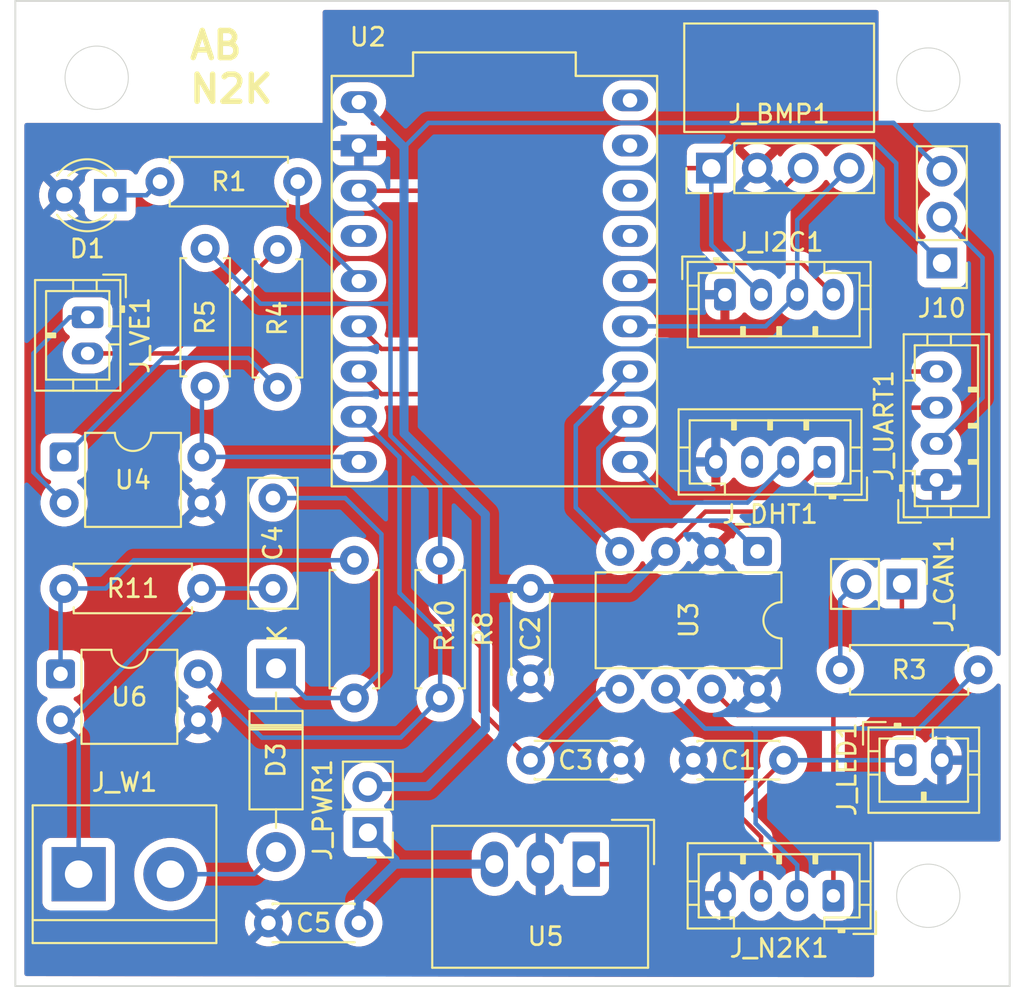
<source format=kicad_pcb>
(kicad_pcb (version 20241229) (generator "pcbnew") (generator_version "9.0")
  (layers (0 "F.Cu" signal) (2 "B.Cu" signal) (13 "F.Paste" user) (5 "F.SilkS" user "F.Silkscreen") (1 "F.Mask" user) (3 "B.Mask" user) (25 "Edge.Cuts" user))
  (net 0 "")
  (net 1 "+5V")
  (net 2 "Net-(D1-K)")
  (net 3 "GND")
  (net 4 "+12V")
  (net 5 "Net-(J_W1-Pin_1)")
  (net 6 "Net-(J_BMP1-Pin_4)")
  (net 7 "Net-(J_BMP1-Pin_3)")
  (net 8 "Net-(J_CAN1-Pin_2)")
  (net 9 "+3.3V")
  (net 10 "Net-(J_DHT1-Pin_2)")
  (net 11 "Net-(J_PWR1-Pin_1)")
  (net 13 "Net-(J_UART1-Pin_3)")
  (net 14 "Net-(R4-Pad1)")
  (net 15 "Net-(J_VE1-Pin_2)")
  (net 16 "Net-(J10-Pin_2)")
  (net 17 "Net-(U2-GPIO2)")
  (net 18 "Net-(J_VE1-Pin_1)")
  (net 19 "Net-(U2-GPIO6)")
  (net 20 "Net-(U2-GPIO5)")
  (net 22 "Net-(D3-K)")
  (net 24 "Net-(D3-A)")
  (net 25 "Net-(R10-Pad1)")
  (net 26 "Net-(U2-GPIO9)")
  (net 27 "Net-(U2-GPIO8)")
  (net 28 "Net-(J_CAN1-Pin_1)")
  (net 29 "Net-(J_N2K1-Pin_2)")
  (net 31 "Net-(J_UART1-Pin_4)")
  (footprint "Capacitor_THT:C_Disc_D4.3mm_W1.9mm_P5.00mm" (layer "F.Cu") (at 61.55 82.75 180)
    (property "Reference" "C1" (at 2.5 0 0) (layer "F.SilkS"))
    (property "Value" "10uF")
    (pad "1" thru_hole circle (at 0 0 180) (size 1.6 1.6) (drill 0.8) (layers "*.Cu" "*.Mask") (net 4 "+12V"))
    (pad "2" thru_hole circle (at 5 0 180) (size 1.6 1.6) (drill 0.8) (layers "*.Cu" "*.Mask") (net 3 "GND"))
  )
  (footprint "Resistor_THT:R_Axial_DIN0207_L6.3mm_D2.5mm_P7.62mm_Horizontal" (layer "F.Cu") (at 42.55 71.69 -90)
    (property "Reference" "R8" (at 3.81 -2.37 90) (layer "F.SilkS"))
    (property "Value" "2K2")
    (pad "1" thru_hole circle (at 0 0 270) (size 1.6 1.6) (drill 0.8) (layers "*.Cu" "*.Mask") (net 9 "+3.3V"))
    (pad "2" thru_hole oval (at 7.62 0 270) (size 1.6 1.6) (drill 0.8) (layers "*.Cu" "*.Mask") (net 20 "Net-(U2-GPIO5)"))
  )
  (footprint "Resistor_THT:R_Axial_DIN0207_L6.3mm_D2.5mm_P7.62mm_Horizontal" (layer "F.Cu") (at 37.8 71.69 -90)
    (property "Reference" "R10" (at 3.62 -5 90) (layer "F.SilkS"))
    (property "Value" "10K")
    (pad "1" thru_hole circle (at 0 0 270) (size 1.6 1.6) (drill 0.8) (layers "*.Cu" "*.Mask") (net 25 "Net-(R10-Pad1)"))
    (pad "2" thru_hole oval (at 7.62 0 270) (size 1.6 1.6) (drill 0.8) (layers "*.Cu" "*.Mask") (net 22 "Net-(D3-K)"))
  )
  (footprint "Capacitor_THT:C_Disc_D7.0mm_W2.5mm_P5.00mm" (layer "F.Cu") (at 33.3 73.25 90)
    (property "Reference" "C4" (at 2.5 0 90) (layer "F.SilkS"))
    (property "Value" "10nanoF")
    (pad "1" thru_hole circle (at 0 0 90) (size 1.6 1.6) (drill 0.8) (layers "*.Cu" "*.Mask") (net 5 "Net-(J_W1-Pin_1)"))
    (pad "2" thru_hole circle (at 5 0 90) (size 1.6 1.6) (drill 0.8) (layers "*.Cu" "*.Mask") (net 22 "Net-(D3-K)"))
  )
  (footprint "Capacitor_THT:C_Disc_D4.3mm_W1.9mm_P5.00mm" (layer "F.Cu") (at 47.55 82.75)
    (property "Reference" "C3" (at 2.5 0 0) (layer "F.SilkS"))
    (property "Value" "100nF")
    (pad "1" thru_hole circle (at 0 0) (size 1.6 1.6) (drill 0.8) (layers "*.Cu" "*.Mask") (net 9 "+3.3V"))
    (pad "2" thru_hole circle (at 5 0) (size 1.6 1.6) (drill 0.8) (layers "*.Cu" "*.Mask") (net 3 "GND"))
  )
  (footprint "Converter_DCDC:Converter_DCDC_TRACO_TSR-1_THT" (layer "F.Cu") (at 50.63 88.5 180)
    (property "Reference" "U5" (at 2.25 -4 0) (layer "F.SilkS"))
    (property "Value" "TSR_1-2450")
    (pad "1" thru_hole rect (at 0 0 180) (size 1.5 2.5) (drill 1) (layers "*.Cu" "*.Mask") (net 4 "+12V"))
    (pad "2" thru_hole oval (at 2.54 0 180) (size 1.5 2.5) (drill 1) (layers "*.Cu" "*.Mask") (net 3 "GND"))
    (pad "3" thru_hole oval (at 5.08 0 180) (size 1.5 2.5) (drill 1) (layers "*.Cu" "*.Mask") (net 11 "Net-(J_PWR1-Pin_1)"))
  )
  (footprint "Resistor_THT:R_Axial_DIN0207_L6.3mm_D2.5mm_P7.62mm_Horizontal" (layer "F.Cu") (at 21.74 73.25)
    (property "Reference" "R11" (at 3.81 0 0) (layer "F.SilkS"))
    (property "Value" "4K7")
    (pad "1" thru_hole circle (at 0 0) (size 1.6 1.6) (drill 0.8) (layers "*.Cu" "*.Mask") (net 25 "Net-(R10-Pad1)"))
    (pad "2" thru_hole oval (at 7.62 0) (size 1.6 1.6) (drill 0.8) (layers "*.Cu" "*.Mask") (net 5 "Net-(J_W1-Pin_1)"))
  )
  (footprint "Connector_JST:JST_PH_B2B-PH-K_1x02_P2.00mm_Vertical" (layer "F.Cu") (at 23.05 58.25 -90)
    (property "Reference" "J_VE1" (at 1 -2.9 90) (layer "F.SilkS"))
    (property "Value" "VE.Direct")
    (pad "1" thru_hole roundrect (at 0 0 270) (size 1.2 1.75) (drill 0.75) (layers "*.Cu" "*.Mask") (roundrect_rratio 0.208333) (net 18 "Net-(J_VE1-Pin_1)"))
    (pad "2" thru_hole oval (at 2 0 270) (size 1.2 1.75) (drill 0.75) (layers "*.Cu" "*.Mask") (net 15 "Net-(J_VE1-Pin_2)"))
  )
  (footprint "Connector_PinHeader_2.54mm:PinHeader_1x02_P2.54mm_Vertical" (layer "F.Cu") (at 38.55 86.75 180)
    (property "Reference" "J_PWR1" (at 2.5 1.25 90) (layer "F.SilkS"))
    (property "Value" "5V switch")
    (pad "1" thru_hole rect (at 0 0 180) (size 1.7 1.7) (drill 1) (layers "*.Cu" "*.Mask") (net 11 "Net-(J_PWR1-Pin_1)"))
    (pad "2" thru_hole circle (at 0 2.54 180) (size 1.7 1.7) (drill 1) (layers "*.Cu" "*.Mask") (net 1 "+5V"))
  )
  (footprint "Resistor_THT:R_Axial_DIN0207_L6.3mm_D2.5mm_P7.62mm_Horizontal" (layer "F.Cu") (at 29.55 54.44 -90)
    (property "Reference" "R5" (at 3.81 0 90) (layer "F.SilkS"))
    (property "Value" "2K2")
    (pad "1" thru_hole circle (at 0 0 270) (size 1.6 1.6) (drill 0.8) (layers "*.Cu" "*.Mask") (net 9 "+3.3V"))
    (pad "2" thru_hole oval (at 7.62 0 270) (size 1.6 1.6) (drill 0.8) (layers "*.Cu" "*.Mask") (net 19 "Net-(U2-GPIO6)"))
  )
  (footprint "Connector_PinHeader_2.54mm:PinHeader_1x03_P2.54mm_Vertical" (layer "F.Cu") (at 70.3 55.25 180)
    (property "Reference" "J10" (at 0 -2.5 0) (layer "F.SilkS"))
    (property "Value" "3.3-5V")
    (pad "1" thru_hole rect (at 0 0 180) (size 1.7 1.7) (drill 1) (layers "*.Cu" "*.Mask") (net 9 "+3.3V"))
    (pad "2" thru_hole circle (at 0 2.54 180) (size 1.7 1.7) (drill 1) (layers "*.Cu" "*.Mask") (net 16 "Net-(J10-Pin_2)"))
    (pad "3" thru_hole circle (at 0 5.08 180) (size 1.7 1.7) (drill 1) (layers "*.Cu" "*.Mask") (net 1 "+5V"))
  )
  (footprint "Package_DIP:DIP-4_W7.62mm" (layer "F.Cu") (at 21.75 65.975)
    (property "Reference" "U4" (at 3.8 1.275 0) (layer "F.SilkS"))
    (property "Value" "PC817")
    (pad "1" thru_hole roundrect (at 0 0) (size 1.6 1.6) (drill 0.8) (layers "*.Cu" "*.Mask") (roundrect_rratio 0.15625) (net 14 "Net-(R4-Pad1)"))
    (pad "2" thru_hole circle (at 0 2.54) (size 1.6 1.6) (drill 0.8) (layers "*.Cu" "*.Mask") (net 18 "Net-(J_VE1-Pin_1)"))
    (pad "3" thru_hole circle (at 7.62 2.54) (size 1.6 1.6) (drill 0.8) (layers "*.Cu" "*.Mask") (net 3 "GND"))
    (pad "4" thru_hole circle (at 7.62 0) (size 1.6 1.6) (drill 0.8) (layers "*.Cu" "*.Mask") (net 19 "Net-(U2-GPIO6)"))
  )
  (footprint "Package_DIP:DIP-4_W7.62mm" (layer "F.Cu") (at 21.55 77.975)
    (property "Reference" "U6" (at 3.8 1.275 0) (layer "F.SilkS"))
    (property "Value" "PC817")
    (pad "1" thru_hole roundrect (at 0 0) (size 1.6 1.6) (drill 0.8) (layers "*.Cu" "*.Mask") (roundrect_rratio 0.15625) (net 25 "Net-(R10-Pad1)"))
    (pad "2" thru_hole circle (at 0 2.54) (size 1.6 1.6) (drill 0.8) (layers "*.Cu" "*.Mask") (net 5 "Net-(J_W1-Pin_1)"))
    (pad "3" thru_hole circle (at 7.62 2.54) (size 1.6 1.6) (drill 0.8) (layers "*.Cu" "*.Mask") (net 3 "GND"))
    (pad "4" thru_hole circle (at 7.62 0) (size 1.6 1.6) (drill 0.8) (layers "*.Cu" "*.Mask") (net 20 "Net-(U2-GPIO5)"))
  )
  (footprint "Resistor_THT:R_Axial_DIN0207_L6.3mm_D2.5mm_P7.62mm_Horizontal" (layer "F.Cu") (at 27.05 50.75)
    (property "Reference" "R1" (at 3.81 0 0) (layer "F.SilkS"))
    (property "Value" "100Ω")
    (pad "1" thru_hole circle (at 0 0) (size 1.6 1.6) (drill 0.8) (layers "*.Cu" "*.Mask") (net 2 "Net-(D1-K)"))
    (pad "2" thru_hole oval (at 7.62 0) (size 1.6 1.6) (drill 0.8) (layers "*.Cu" "*.Mask") (net 17 "Net-(U2-GPIO2)"))
  )
  (footprint "Connector_JST:JST_PH_B4B-PH-K_1x04_P2.00mm_Vertical" (layer "F.Cu") (at 64.3 90.25 180)
    (property "Reference" "J_N2K1" (at 3 -2.9 0) (layer "F.SilkS"))
    (property "Value" "NMEA2000")
    (pad "1" thru_hole roundrect (at 0 0 180) (size 1.2 1.75) (drill 0.75) (layers "*.Cu" "*.Mask") (roundrect_rratio 0.208333) (net 28 "Net-(J_CAN1-Pin_1)"))
    (pad "2" thru_hole oval (at 2 0 180) (size 1.2 1.75) (drill 0.75) (layers "*.Cu" "*.Mask") (net 29 "Net-(J_N2K1-Pin_2)"))
    (pad "3" thru_hole oval (at 4 0 180) (size 1.2 1.75) (drill 0.75) (layers "*.Cu" "*.Mask") (net 4 "+12V"))
    (pad "4" thru_hole oval (at 6 0 180) (size 1.2 1.75) (drill 0.75) (layers "*.Cu" "*.Mask") (net 3 "GND"))
  )
  (footprint "LED_THT:LED_D3.0mm" (layer "F.Cu") (at 24.3 51.5 180)
    (property "Reference" "D1" (at 1.27 -2.96 0) (layer "F.SilkS"))
    (property "Value" "LED")
    (pad "1" thru_hole rect (at 0 0 180) (size 1.8 1.8) (drill 0.9) (layers "*.Cu" "*.Mask") (net 2 "Net-(D1-K)"))
    (pad "2" thru_hole circle (at 2.54 0 180) (size 1.8 1.8) (drill 0.9) (layers "*.Cu" "*.Mask") (net 3 "GND"))
  )
  (footprint "Capacitor_THT:C_Disc_D4.3mm_W1.9mm_P5.00mm" (layer "F.Cu") (at 38.05 91.75 180)
    (property "Reference" "C5" (at 2.5 0 180) (layer "F.SilkS"))
    (property "Value" "10uF")
    (pad "1" thru_hole circle (at 0 0 180) (size 1.6 1.6) (drill 0.8) (layers "*.Cu" "*.Mask") (net 11 "Net-(J_PWR1-Pin_1)"))
    (pad "2" thru_hole circle (at 5 0 180) (size 1.6 1.6) (drill 0.8) (layers "*.Cu" "*.Mask") (net 3 "GND"))
  )
  (footprint "Connector_JST:JST_PH_B2B-PH-K_1x02_P2.00mm_Vertical" (layer "F.Cu") (at 68.3 82.75)
    (property "Reference" "J_LED1" (at -3.25 0.5 90) (layer "F.SilkS"))
    (property "Value" "PWR_LED")
    (pad "1" thru_hole roundrect (at 0 0) (size 1.2 1.75) (drill 0.75) (layers "*.Cu" "*.Mask") (roundrect_rratio 0.208333) (net 4 "+12V"))
    (pad "2" thru_hole oval (at 2 0) (size 1.2 1.75) (drill 0.75) (layers "*.Cu" "*.Mask") (net 3 "GND"))
  )
  (footprint "Capacitor_THT:C_Disc_D4.3mm_W1.9mm_P5.00mm" (layer "F.Cu") (at 47.55 73.25 -90)
    (property "Reference" "C2" (at 2.5 0 90) (layer "F.SilkS"))
    (property "Value" "100nF")
    (pad "1" thru_hole circle (at 0 0 270) (size 1.6 1.6) (drill 0.8) (layers "*.Cu" "*.Mask") (net 1 "+5V"))
    (pad "2" thru_hole circle (at 5 0 270) (size 1.6 1.6) (drill 0.8) (layers "*.Cu" "*.Mask") (net 3 "GND"))
  )
  (footprint "Connector_JST:JST_PH_B4B-PH-K_1x04_P2.00mm_Vertical" (layer "F.Cu") (at 70 67.25 90)
    (property "Reference" "J_UART1" (at 3 -2.9 90) (layer "F.SilkS"))
    (property "Value" "GPS")
    (pad "1" thru_hole roundrect (at 0 0 90) (size 1.2 1.75) (drill 0.75) (layers "*.Cu" "*.Mask") (roundrect_rratio 0.208333) (net 3 "GND"))
    (pad "2" thru_hole oval (at 2 0 90) (size 1.2 1.75) (drill 0.75) (layers "*.Cu" "*.Mask") (net 16 "Net-(J10-Pin_2)"))
    (pad "3" thru_hole oval (at 4 0 90) (size 1.2 1.75) (drill 0.75) (layers "*.Cu" "*.Mask") (net 13 "Net-(J_UART1-Pin_3)"))
    (pad "4" thru_hole oval (at 6 0 90) (size 1.2 1.75) (drill 0.75) (layers "*.Cu" "*.Mask") (net 31 "Net-(J_UART1-Pin_4)"))
  )
  (footprint "Diode_THT:D_DO-41_SOD81_P10.16mm_Horizontal" (layer "F.Cu") (at 33.47 77.67 -90)
    (property "Reference" "D3" (at 5.08 0 90) (layer "F.SilkS"))
    (property "Value" "1N4001")
    (fp_text user "K" (at -1.92 -0.08 90) (layer "F.SilkS"))
    (pad "1" thru_hole rect (at 0 0 270) (size 2.2 2.2) (drill 1.1) (layers "*.Cu" "*.Mask") (net 22 "Net-(D3-K)"))
    (pad "2" thru_hole oval (at 10.16 0 270) (size 2.2 2.2) (drill 1.1) (layers "*.Cu" "*.Mask") (net 24 "Net-(D3-A)"))
  )
  (footprint "Connector_PinHeader_2.54mm:PinHeader_1x02_P2.54mm_Vertical" (layer "F.Cu") (at 68.09 73 -90)
    (property "Reference" "J_CAN1" (at 0 -2.33 90) (layer "F.SilkS"))
    (property "Value" "CAN Term")
    (pad "1" thru_hole rect (at 0 0 270) (size 1.7 1.7) (drill 1) (layers "*.Cu" "*.Mask") (net 28 "Net-(J_CAN1-Pin_1)"))
    (pad "2" thru_hole circle (at 0 2.54 270) (size 1.7 1.7) (drill 1) (layers "*.Cu" "*.Mask") (net 8 "Net-(J_CAN1-Pin_2)"))
  )
  (footprint "Package_DIP:DIP-8_W7.62mm" (layer "F.Cu") (at 60.1 71.2 -90)
    (property "Reference" "U3" (at 3.8 3.8 90) (layer "F.SilkS"))
    (property "Value" "MCP2562-E-P")
    (pad "1" thru_hole roundrect (at 0 0 270) (size 1.6 1.6) (drill 0.8) (layers "*.Cu" "*.Mask") (roundrect_rratio 0.15625) (net 27 "Net-(U2-GPIO8)"))
    (pad "2" thru_hole circle (at 0 2.54 270) (size 1.6 1.6) (drill 0.8) (layers "*.Cu" "*.Mask") (net 3 "GND"))
    (pad "3" thru_hole circle (at 0 5.08 270) (size 1.6 1.6) (drill 0.8) (layers "*.Cu" "*.Mask") (net 1 "+5V"))
    (pad "4" thru_hole circle (at 0 7.62 270) (size 1.6 1.6) (drill 0.8) (layers "*.Cu" "*.Mask") (net 26 "Net-(U2-GPIO9)"))
    (pad "5" thru_hole circle (at 7.62 7.62 270) (size 1.6 1.6) (drill 0.8) (layers "*.Cu" "*.Mask") (net 9 "+3.3V"))
    (pad "6" thru_hole circle (at 7.62 5.08 270) (size 1.6 1.6) (drill 0.8) (layers "*.Cu" "*.Mask") (net 29 "Net-(J_N2K1-Pin_2)"))
    (pad "7" thru_hole circle (at 7.62 2.54 270) (size 1.6 1.6) (drill 0.8) (layers "*.Cu" "*.Mask") (net 28 "Net-(J_CAN1-Pin_1)"))
    (pad "8" thru_hole circle (at 7.62 0 270) (size 1.6 1.6) (drill 0.8) (layers "*.Cu" "*.Mask") (net 3 "GND"))
  )
  (footprint "MyLib:WAVESHARE_DEVKIT_ESP32-S3-ZERO" (layer "F.Cu") (at 45.55 56.25)
    (property "Reference" "U2" (at -7 -13.5 0) (layer "F.SilkS"))
    (property "Value" "ESP32-S3_SUPERMINI" (hide yes))
    (pad "1" thru_hole oval (at -7.5 -2.5) (size 2 1.2) (drill 0.8) (layers "*.Cu" "*.Mask"))
    (pad "2" thru_hole oval (at -7.5 0) (size 2 1.2) (drill 0.8) (layers "*.Cu" "*.Mask") (net 17 "Net-(U2-GPIO2)"))
    (pad "3" thru_hole oval (at -7.5 2.5) (size 2 1.2) (drill 0.8) (layers "*.Cu" "*.Mask") (net 31 "Net-(J_UART1-Pin_4)"))
    (pad "3.3" thru_hole oval (at -7.5 -5) (size 2 1.2) (drill 0.8) (layers "*.Cu" "*.Mask") (net 9 "+3.3V"))
    (pad "4" thru_hole oval (at -7.5 5) (size 2 1.2) (drill 0.8) (layers "*.Cu" "*.Mask") (net 13 "Net-(J_UART1-Pin_3)"))
    (pad "5" thru_hole oval (at -7.5 7.5) (size 2 1.2) (drill 0.8) (layers "*.Cu" "*.Mask") (net 20 "Net-(U2-GPIO5)"))
    (pad "5V" thru_hole oval (at -7.5 -9.9) (size 2 1.2) (drill 0.8) (layers "*.Cu" "*.Mask") (net 1 "+5V"))
    (pad "6" thru_hole oval (at -7.5 10) (size 2 1.2) (drill 0.8) (layers "*.Cu" "*.Mask") (net 19 "Net-(U2-GPIO6)"))
    (pad "7" thru_hole oval (at 7.5 10) (size 2 1.2) (drill 0.8) (layers "*.Cu" "*.Mask") (net 10 "Net-(J_DHT1-Pin_2)"))
    (pad "8" thru_hole oval (at 7.5 7.5) (size 2 1.2) (drill 0.8) (layers "*.Cu" "*.Mask") (net 27 "Net-(U2-GPIO8)"))
    (pad "9" thru_hole oval (at 7.5 5) (size 2 1.2) (drill 0.8) (layers "*.Cu" "*.Mask") (net 26 "Net-(U2-GPIO9)"))
    (pad "10" thru_hole oval (at 7.5 2.5) (size 2 1.2) (drill 0.8) (layers "*.Cu" "*.Mask") (net 6 "Net-(J_BMP1-Pin_4)"))
    (pad "11" thru_hole oval (at 7.5 0) (size 2 1.2) (drill 0.8) (layers "*.Cu" "*.Mask") (net 7 "Net-(J_BMP1-Pin_3)"))
    (pad "12" thru_hole oval (at 7.5 -2.5) (size 2 1.2) (drill 0.8) (layers "*.Cu" "*.Mask"))
    (pad "13" thru_hole oval (at 7.5 -5) (size 2 1.2) (drill 0.8) (layers "*.Cu" "*.Mask"))
    (pad "G" thru_hole rect (at -7.5 -7.5) (size 2 1.2) (drill 0.8) (layers "*.Cu" "*.Mask") (net 3 "GND"))
    (pad "RX" thru_hole oval (at 7.5 -7.5) (size 2 1.2) (drill 0.8) (layers "*.Cu" "*.Mask"))
    (pad "TX" thru_hole oval (at 7.5 -10) (size 2 1.2) (drill 0.8) (layers "*.Cu" "*.Mask"))
  )
  (footprint "Connector_JST:JST_PH_B4B-PH-K_1x04_P2.00mm_Vertical" (layer "F.Cu") (at 63.8 66.25 180)
    (property "Reference" "J_DHT1" (at 3 -2.9 0) (layer "F.SilkS"))
    (property "Value" "1W_DHT22")
    (pad "1" thru_hole roundrect (at 0 0 180) (size 1.2 1.75) (drill 0.75) (layers "*.Cu" "*.Mask") (roundrect_rratio 0.208333) (net 1 "+5V"))
    (pad "2" thru_hole oval (at 2 0 180) (size 1.2 1.75) (drill 0.75) (layers "*.Cu" "*.Mask") (net 10 "Net-(J_DHT1-Pin_2)"))
    (pad "3" thru_hole oval (at 4 0 180) (size 1.2 1.75) (drill 0.75) (layers "*.Cu" "*.Mask"))
    (pad "4" thru_hole oval (at 6 0 180) (size 1.2 1.75) (drill 0.75) (layers "*.Cu" "*.Mask") (net 3 "GND"))
  )
  (footprint "TerminalBlock:TerminalBlock_bornier-2_P5.08mm" (layer "F.Cu") (at 22.55 89.055)
    (property "Reference" "J_W1" (at 2.54 -5.08 0) (layer "F.SilkS"))
    (property "Value" "Engine RPM Input")
    (pad "1" thru_hole rect (at 0 0) (size 3 3) (drill 1.52) (layers "*.Cu" "*.Mask") (net 5 "Net-(J_W1-Pin_1)"))
    (pad "2" thru_hole circle (at 5.08 0) (size 3 3) (drill 1.52) (layers "*.Cu" "*.Mask") (net 24 "Net-(D3-A)"))
  )
  (footprint "Connector_JST:JST_PH_B4B-PH-K_1x04_P2.00mm_Vertical" (layer "F.Cu") (at 58.3 57)
    (property "Reference" "J_I2C1" (at 3 -2.9 0) (layer "F.SilkS"))
    (property "Value" "I2C")
    (pad "1" thru_hole roundrect (at 0 0) (size 1.2 1.75) (drill 0.75) (layers "*.Cu" "*.Mask") (roundrect_rratio 0.208333) (net 3 "GND"))
    (pad "2" thru_hole oval (at 2 0) (size 1.2 1.75) (drill 0.75) (layers "*.Cu" "*.Mask") (net 9 "+3.3V"))
    (pad "3" thru_hole oval (at 4 0) (size 1.2 1.75) (drill 0.75) (layers "*.Cu" "*.Mask") (net 6 "Net-(J_BMP1-Pin_4)"))
    (pad "4" thru_hole oval (at 6 0) (size 1.2 1.75) (drill 0.75) (layers "*.Cu" "*.Mask") (net 7 "Net-(J_BMP1-Pin_3)"))
  )
  (footprint "Connector_PinHeader_2.54mm:PinHeader_1x04_P2.54mm_Vertical" (layer "F.Cu") (at 57.55 50 90)
    (property "Reference" "J_BMP1" (at 3 3.75 180) (layer "F.SilkS"))
    (property "Value" "I2C_BME280")
    (pad "1" thru_hole rect (at 0 0 90) (size 1.7 1.7) (drill 1) (layers "*.Cu" "*.Mask") (net 9 "+3.3V"))
    (pad "2" thru_hole circle (at 0 2.54 90) (size 1.7 1.7) (drill 1) (layers "*.Cu" "*.Mask") (net 3 "GND"))
    (pad "3" thru_hole circle (at 0 5.08 90) (size 1.7 1.7) (drill 1) (layers "*.Cu" "*.Mask") (net 7 "Net-(J_BMP1-Pin_3)"))
    (pad "4" thru_hole circle (at 0 7.62 90) (size 1.7 1.7) (drill 1) (layers "*.Cu" "*.Mask") (net 6 "Net-(J_BMP1-Pin_4)"))
  )
  (footprint "Resistor_THT:R_Axial_DIN0207_L6.3mm_D2.5mm_P7.62mm_Horizontal" (layer "F.Cu") (at 33.55 62.12 90)
    (property "Reference" "R4" (at 3.81 0 90) (layer "F.SilkS"))
    (property "Value" "180Ω")
    (pad "1" thru_hole circle (at 0 0 90) (size 1.6 1.6) (drill 0.8) (layers "*.Cu" "*.Mask") (net 14 "Net-(R4-Pad1)"))
    (pad "2" thru_hole oval (at 7.62 0 90) (size 1.6 1.6) (drill 0.8) (layers "*.Cu" "*.Mask") (net 15 "Net-(J_VE1-Pin_2)"))
  )
  (footprint "Resistor_THT:R_Axial_DIN0207_L6.3mm_D2.5mm_P7.62mm_Horizontal" (layer "F.Cu") (at 72.3 77.75 180)
    (property "Reference" "R3" (at 3.81 0 0) (layer "F.SilkS"))
    (property "Value" "120Ω")
    (pad "1" thru_hole circle (at 0 0 180) (size 1.6 1.6) (drill 0.8) (layers "*.Cu" "*.Mask") (net 29 "Net-(J_N2K1-Pin_2)"))
    (pad "2" thru_hole oval (at 7.62 0 180) (size 1.6 1.6) (drill 0.8) (layers "*.Cu" "*.Mask") (net 8 "Net-(J_CAN1-Pin_2)"))
  )
  (gr_rect (start 56.05 42) (end 66.55 48) (stroke (width 0.12)) (fill no) (layer "F.SilkS"))
  (gr_circle (center 69.55 90.25) (end 71.3 90.25) (stroke (width 0.05)) (fill no) (layer "Edge.Cuts"))
  (gr_circle (center 69.55 45.1) (end 71.3 45.1) (stroke (width 0.05)) (fill no) (layer "Edge.Cuts"))
  (gr_line (start 19.05 95.25) (end 19.05 40.75) (stroke (width 0.1)) (layer "Edge.Cuts"))
  (gr_line (start 74.05 95.25) (end 19.05 95.25) (stroke (width 0.1)) (layer "Edge.Cuts"))
  (gr_line (start 74.05 40.75) (end 74.05 95.25) (stroke (width 0.1)) (layer "Edge.Cuts"))
  (gr_circle (center 23.55 45) (end 25.3 45) (stroke (width 0.05)) (fill no) (layer "Edge.Cuts"))
  (gr_line (start 19.05 40.75) (end 74.05 40.75) (stroke (width 0.1)) (layer "Edge.Cuts"))
  (gr_text "AB\nN2K" (at 28.55 46.5 0) (layer "F.SilkS") (effects (font (size 1.5 1.5) (thickness 0.3) (bold yes)) (justify left bottom)))
  (segment (start 61.05 69) (end 63.8 66.25) (width 0.25) (layer "F.Cu") (net 1))
  (segment (start 55.02 71.2) (end 57.22 69) (width 0.25) (layer "F.Cu") (net 1))
  (segment (start 57.22 69) (end 61.05 69) (width 0.25) (layer "F.Cu") (net 1))
  (segment (start 45.05 69.159009) (end 45.05 81.015) (width 0.5) (layer "B.Cu") (net 1))
  (segment (start 67.63 47.5) (end 70.3 50.17) (width 0.25) (layer "B.Cu") (net 1))
  (segment (start 41.9 47.5) (end 40.55 48.85) (width 0.25) (layer "B.Cu") (net 1))
  (segment (start 67.55 47.5) (end 41.9 47.5) (width 0.25) (layer "B.Cu") (net 1))
  (segment (start 40.55 64.659009) (end 45.05 69.159009) (width 0.5) (layer "B.Cu") (net 1))
  (segment (start 47.55 73.25) (end 45.05 73.25) (width 0.5) (layer "B.Cu") (net 1))
  (segment (start 38.572074 84.21) (end 38.561037 84.198963) (width 0.5) (layer "B.Cu") (net 1))
  (segment (start 45.05 81.015) (end 41.855 84.21) (width 0.5) (layer "B.Cu") (net 1))
  (segment (start 52.97 73.25) (end 47.55 73.25) (width 0.5) (layer "B.Cu") (net 1))
  (segment (start 40.55 48.85) (end 38.05 46.35) (width 0.5) (layer "B.Cu") (net 1))
  (segment (start 41.855 84.21) (end 38.572074 84.21) (width 0.5) (layer "B.Cu") (net 1))
  (segment (start 40.55 48.85) (end 40.55 64.659009) (width 0.5) (layer "B.Cu") (net 1))
  (segment (start 55.02 71.2) (end 52.97 73.25) (width 0.5) (layer "B.Cu") (net 1))
  (segment (start 67.55 47.5) (end 67.63 47.5) (width 0.25) (layer "B.Cu") (net 1))
  (segment (start 26.3 51.5) (end 27.05 50.75) (width 0.25) (layer "B.Cu") (net 2))
  (segment (start 24.3 51.5) (end 26.3 51.5) (width 0.25) (layer "B.Cu") (net 2))
  (segment (start 60.3 87) (end 58.8 85.5) (width 0.25) (layer "F.Cu") (net 4))
  (segment (start 58.8 85.5) (end 61.55 82.75) (width 0.25) (layer "F.Cu") (net 4))
  (segment (start 60.3 90.25) (end 60.3 87) (width 0.25) (layer "F.Cu") (net 4))
  (segment (start 50.63 88.5) (end 55.8 88.5) (width 0.25) (layer "F.Cu") (net 4))
  (segment (start 55.8 88.5) (end 58.8 85.5) (width 0.25) (layer "F.Cu") (net 4))
  (segment (start 61.55 82.75) (end 68.3 82.75) (width 0.25) (layer "B.Cu") (net 4))
  (segment (start 22.095 80.515) (end 29.36 73.25) (width 0.25) (layer "B.Cu") (net 5))
  (segment (start 21.55 80.515) (end 22.095 80.515) (width 0.25) (layer "B.Cu") (net 5))
  (segment (start 29.36 73.25) (end 33.3 73.25) (width 0.25) (layer "B.Cu") (net 5))
  (segment (start 22.55 81.515) (end 21.55 80.515) (width 0.25) (layer "B.Cu") (net 5))
  (segment (start 22.55 89.055) (end 22.55 81.515) (width 0.25) (layer "B.Cu") (net 5))
  (segment (start 53.05 58.75) (end 60.55 58.75) (width 0.25) (layer "B.Cu") (net 6))
  (segment (start 62.3 57) (end 62.3 52.87) (width 0.25) (layer "B.Cu") (net 6))
  (segment (start 62.3 52.87) (end 65.17 50) (width 0.25) (layer "B.Cu") (net 6))
  (segment (start 60.55 58.75) (end 62.3 57) (width 0.25) (layer "B.Cu") (net 6))
  (segment (start 61.3 55.25) (end 62.55 55.25) (width 0.25) (layer "F.Cu") (net 7))
  (segment (start 55.3 56.25) (end 56.3 55.25) (width 0.25) (layer "F.Cu") (net 7))
  (segment (start 53.05 56.25) (end 55.3 56.25) (width 0.25) (layer "F.Cu") (net 7))
  (segment (start 56.3 55.25) (end 61.3 55.25) (width 0.25) (layer "F.Cu") (net 7))
  (segment (start 62.55 55.25) (end 64.3 57) (width 0.25) (layer "F.Cu") (net 7))
  (segment (start 61.3 55.25) (end 61.3 51.33) (width 0.25) (layer "F.Cu") (net 7))
  (segment (start 61.3 51.33) (end 62.63 50) (width 0.25) (layer "F.Cu") (net 7))
  (segment (start 64.68 73.87) (end 65.55 73) (width 0.25) (layer "B.Cu") (net 8))
  (segment (start 64.68 77.75) (end 64.68 73.87) (width 0.25) (layer "B.Cu") (net 8))
  (segment (start 42.55 74.25) (end 42.55 71.69) (width 0.25) (layer "F.Cu") (net 9))
  (segment (start 44.8 76.5) (end 42.55 74.25) (width 0.25) (layer "F.Cu") (net 9))
  (segment (start 44.8 80) (end 44.8 76.5) (width 0.25) (layer "F.Cu") (net 9))
  (segment (start 38.05 51.25) (end 50.55 51.25) (width 0.25) (layer "F.Cu") (net 9))
  (segment (start 51.8 50) (end 57.55 50) (width 0.25) (layer "F.Cu") (net 9))
  (segment (start 47.55 82.75) (end 44.8 80) (width 0.25) (layer "F.Cu") (net 9))
  (segment (start 50.55 51.25) (end 51.8 50) (width 0.25) (layer "F.Cu") (net 9))
  (segment (start 57.55 50) (end 57.55 50.25) (width 0.25) (layer "F.Cu") (net 9))
  (segment (start 67.775 52.725) (end 70.3 55.25) (width 0.25) (layer "B.Cu") (net 9))
  (segment (start 38.05 51.25) (end 39.8 53) (width 0.25) (layer "B.Cu") (net 9))
  (segment (start 32.61 57.5) (end 29.55 54.44) (width 0.25) (layer "B.Cu") (net 9))
  (segment (start 39.8 57.5) (end 39.8 64.792893) (width 0.25) (layer "B.Cu") (net 9))
  (segment (start 39.8 53) (end 39.8 57.5) (width 0.25) (layer "B.Cu") (net 9))
  (segment (start 60.3 57) (end 57.55 54.25) (width 0.25) (layer "B.Cu") (net 9))
  (segment (start 39.8 57.5) (end 32.61 57.5) (width 0.25) (layer "B.Cu") (net 9))
  (segment (start 57.55 54.25) (end 57.55 50) (width 0.25) (layer "B.Cu") (net 9))
  (segment (start 47.55 82.75) (end 51.48 78.82) (width 0.25) (layer "B.Cu") (net 9))
  (segment (start 57.55 50) (end 59.05 48.5) (width 0.25) (layer "B.Cu") (net 9))
  (segment (start 66.55 48.5) (end 67.775 49.725) (width 0.25) (layer "B.Cu") (net 9))
  (segment (start 51.48 78.82) (end 52.48 78.82) (width 0.25) (layer "B.Cu") (net 9))
  (segment (start 59.05 48.5) (end 66.55 48.5) (width 0.25) (layer "B.Cu") (net 9))
  (segment (start 39.8 64.792893) (end 42.55 67.542893) (width 0.25) (layer "B.Cu") (net 9))
  (segment (start 67.775 49.725) (end 67.775 52.725) (width 0.25) (layer "B.Cu") (net 9))
  (segment (start 42.55 67.542893) (end 42.55 71.69) (width 0.25) (layer "B.Cu") (net 9))
  (segment (start 59.55 68.5) (end 61.8 66.25) (width 0.25) (layer "B.Cu") (net 10))
  (segment (start 55.3 68.5) (end 59.55 68.5) (width 0.25) (layer "B.Cu") (net 10))
  (segment (start 53.05 66.25) (end 55.3 68.5) (width 0.25) (layer "B.Cu") (net 10))
  (segment (start 40.05 88.5) (end 40.05 88.25) (width 0.5) (layer "B.Cu") (net 11))
  (segment (start 38.05 90.5) (end 38.05 91.75) (width 0.5) (layer "B.Cu") (net 11))
  (segment (start 40.05 88.25) (end 38.55 86.75) (width 0.5) (layer "B.Cu") (net 11))
  (segment (start 40.05 88.5) (end 45.55 88.5) (width 0.5) (layer "B.Cu") (net 11))
  (segment (start 40.05 88.5) (end 38.05 90.5) (width 0.5) (layer "B.Cu") (net 11))
  (segment (start 54.8 62.5) (end 55.55 63.25) (width 0.25) (layer "F.Cu") (net 13))
  (segment (start 38.05 61.25) (end 39.3 62.5) (width 0.25) (layer "F.Cu") (net 13))
  (segment (start 39.3 62.5) (end 54.8 62.5) (width 0.25) (layer "F.Cu") (net 13))
  (segment (start 55.55 63.25) (end 70 63.25) (width 0.25) (layer "F.Cu") (net 13))
  (segment (start 27.225 60.5) (end 31.93 60.5) (width 0.25) (layer "B.Cu") (net 14))
  (segment (start 31.93 60.5) (end 33.55 62.12) (width 0.25) (layer "B.Cu") (net 14))
  (segment (start 21.75 65.975) (end 27.225 60.5) (width 0.25) (layer "B.Cu") (net 14))
  (segment (start 23.05 60.25) (end 27.8 60.25) (width 0.25) (layer "F.Cu") (net 15))
  (segment (start 27.8 60.25) (end 33.55 54.5) (width 0.25) (layer "F.Cu") (net 15))
  (segment (start 72.55 54.96) (end 70.3 52.71) (width 0.25) (layer "B.Cu") (net 16))
  (segment (start 70 65.25) (end 72.55 62.7) (width 0.25) (layer "B.Cu") (net 16))
  (segment (start 72.55 62.7) (end 72.55 54.96) (width 0.25) (layer "B.Cu") (net 16))
  (segment (start 38.05 56.12) (end 34.675 52.745) (width 0.25) (layer "B.Cu") (net 17))
  (segment (start 34.675 52.745) (end 34.675 50.755) (width 0.25) (layer "B.Cu") (net 17))
  (segment (start 38.05 56.25) (end 38.05 56.12) (width 0.25) (layer "B.Cu") (net 17))
  (segment (start 34.675 50.755) (end 34.67 50.75) (width 0.25) (layer "B.Cu") (net 17))
  (segment (start 20.05 60.25) (end 22.05 58.25) (width 0.25) (layer "B.Cu") (net 18))
  (segment (start 21.75 68.515) (end 20.05 66.815) (width 0.25) (layer "B.Cu") (net 18))
  (segment (start 20.05 66.815) (end 20.05 60.25) (width 0.25) (layer "B.Cu") (net 18))
  (segment (start 22.05 58.25) (end 23.05 58.25) (width 0.25) (layer "B.Cu") (net 18))
  (segment (start 37.775 65.975) (end 29.37 65.975) (width 0.25) (layer "B.Cu") (net 19))
  (segment (start 38.05 66.25) (end 37.775 65.975) (width 0.25) (layer "B.Cu") (net 19))
  (segment (start 29.37 65.975) (end 29.37 62.24) (width 0.25) (layer "B.Cu") (net 19))
  (segment (start 29.37 62.24) (end 29.55 62.06) (width 0.25) (layer "B.Cu") (net 19))
  (segment (start 40.3 66) (end 40.3 73.5) (width 0.25) (layer "B.Cu") (net 20))
  (segment (start 40.3 73.5) (end 42.55 75.75) (width 0.25) (layer "B.Cu") (net 20))
  (segment (start 42.55 75.75) (end 42.55 79.31) (width 0.25) (layer "B.Cu") (net 20))
  (segment (start 40.36 81.5) (end 42.55 79.31) (width 0.25) (layer "B.Cu") (net 20))
  (segment (start 29.17 77.975) (end 32.695 81.5) (width 0.25) (layer "B.Cu") (net 20))
  (segment (start 32.695 81.5) (end 40.36 81.5) (width 0.25) (layer "B.Cu") (net 20))
  (segment (start 38.05 63.75) (end 40.3 66) (width 0.25) (layer "B.Cu") (net 20))
  (segment (start 33.47 77.67) (end 35.11 79.31) (width 0.25) (layer "B.Cu") (net 22))
  (segment (start 37.3 68.25) (end 39.3 70.25) (width 0.25) (layer "B.Cu") (net 22))
  (segment (start 33.3 68.25) (end 37.3 68.25) (width 0.25) (layer "B.Cu") (net 22))
  (segment (start 39.3 70.25) (end 39.3 77.81) (width 0.25) (layer "B.Cu") (net 22))
  (segment (start 35.11 79.31) (end 37.8 79.31) (width 0.25) (layer "B.Cu") (net 22))
  (segment (start 39.3 77.81) (end 37.8 79.31) (width 0.25) (layer "B.Cu") (net 22))
  (segment (start 27.63 89.055) (end 32.245 89.055) (width 0.25) (layer "B.Cu") (net 24))
  (segment (start 32.245 89.055) (end 33.47 87.83) (width 0.25) (layer "B.Cu") (net 24))
  (segment (start 33.47 87.83) (end 32.3 89) (width 0.25) (layer "B.Cu") (net 24))
  (segment (start 32.3 89) (end 32.245 89.055) (width 0.25) (layer "B.Cu") (net 24))
  (segment (start 25.61 71.69) (end 37.8 71.69) (width 0.25) (layer "B.Cu") (net 25))
  (segment (start 24.05 73.25) (end 25.61 71.69) (width 0.25) (layer "B.Cu") (net 25))
  (segment (start 21.55 73.44) (end 21.74 73.25) (width 0.25) (layer "B.Cu") (net 25))
  (segment (start 21.55 77.975) (end 21.55 73.44) (width 0.25) (layer "B.Cu") (net 25))
  (segment (start 21.74 73.25) (end 24.05 73.25) (width 0.25) (layer "B.Cu") (net 25))
  (segment (start 50.05 68.77) (end 50.05 64.25) (width 0.25) (layer "B.Cu") (net 26))
  (segment (start 52.48 71.2) (end 50.05 68.77) (width 0.25) (layer "B.Cu") (net 26))
  (segment (start 50.05 64.25) (end 53.05 61.25) (width 0.25) (layer "B.Cu") (net 26))
  (segment (start 51.3 67.75) (end 51.3 65.5) (width 0.25) (layer "B.Cu") (net 27))
  (segment (start 58.4 69.5) (end 53.05 69.5) (width 0.25) (layer "B.Cu") (net 27))
  (segment (start 60.1 71.2) (end 58.4 69.5) (width 0.25) (layer "B.Cu") (net 27))
  (segment (start 53.05 69.5) (end 51.3 67.75) (width 0.25) (layer "B.Cu") (net 27))
  (segment (start 51.3 65.5) (end 53.05 63.75) (width 0.25) (layer "B.Cu") (net 27))
  (segment (start 64.3 90.25) (end 64.3 80.25) (width 0.25) (layer "F.Cu") (net 28))
  (segment (start 58.99 80.25) (end 64.3 80.25) (width 0.25) (layer "F.Cu") (net 28))
  (segment (start 64.3 80.25) (end 65.55 80.25) (width 0.25) (layer "F.Cu") (net 28))
  (segment (start 57.56 78.82) (end 58.99 80.25) (width 0.25) (layer "F.Cu") (net 28))
  (segment (start 65.55 80.25) (end 68.09 77.71) (width 0.25) (layer "F.Cu") (net 28))
  (segment (start 68.09 77.71) (end 68.09 73) (width 0.25) (layer "F.Cu") (net 28))
  (segment (start 69.05 81) (end 72.3 77.75) (width 0.25) (layer "B.Cu") (net 29))
  (segment (start 60 86.25) (end 60 81.2) (width 0.25) (layer "B.Cu") (net 29))
  (segment (start 62.3 88.55) (end 62.3 90.25) (width 0.25) (layer "B.Cu") (net 29))
  (segment (start 57.2 81) (end 59.8 81) (width 0.25) (layer "B.Cu") (net 29))
  (segment (start 60 86.25) (end 62.3 88.55) (width 0.25) (layer "B.Cu") (net 29))
  (segment (start 59.8 81) (end 69.05 81) (width 0.25) (layer "B.Cu") (net 29))
  (segment (start 55.02 78.82) (end 57.2 81) (width 0.25) (layer "B.Cu") (net 29))
  (segment (start 60 81.2) (end 59.8 81) (width 0.25) (layer "B.Cu") (net 29))
  (segment (start 38.05 58.75) (end 39.3 60) (width 0.25) (layer "F.Cu") (net 31))
  (segment (start 39.3 60) (end 55.05 60) (width 0.25) (layer "F.Cu") (net 31))
  (segment (start 56.3 61.25) (end 70 61.25) (width 0.25) (layer "F.Cu") (net 31))
  (segment (start 55.05 60) (end 56.3 61.25) (width 0.25) (layer "F.Cu") (net 31))
  (zone (net 3) (net_name "GND") (layers "F.Cu" "B.Cu") (connect_pads (clearance 0.508)) (min_thickness 0.25) (fill yes (thermal_gap 0.5) (thermal_bridge_width 0.5))
    (polygon (pts (xy 66.55 94.75) (xy 66.55 87.25) (xy 73.55 87.25) (xy 73.55 47.5) (xy 66.8 47.5) (xy 66.8 41.25) (xy 36.05 41.25) (xy 36.05 47.5) (xy 19.55 47.5) (xy 19.55 94.69)))
  )
)
</source>
